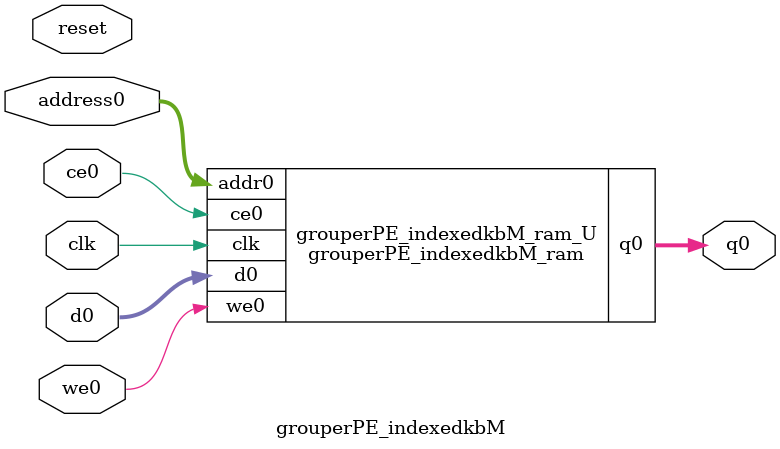
<source format=v>
`timescale 1 ns / 1 ps
module grouperPE_indexedkbM_ram (addr0, ce0, d0, we0, q0,  clk);

parameter DWIDTH = 8;
parameter AWIDTH = 15;
parameter MEM_SIZE = 32768;

input[AWIDTH-1:0] addr0;
input ce0;
input[DWIDTH-1:0] d0;
input we0;
output reg[DWIDTH-1:0] q0;
input clk;

(* ram_style = "block" *)reg [DWIDTH-1:0] ram[0:MEM_SIZE-1];




always @(posedge clk)  
begin 
    if (ce0) 
    begin
        if (we0) 
        begin 
            ram[addr0] <= d0; 
        end 
        q0 <= ram[addr0];
    end
end


endmodule

`timescale 1 ns / 1 ps
module grouperPE_indexedkbM(
    reset,
    clk,
    address0,
    ce0,
    we0,
    d0,
    q0);

parameter DataWidth = 32'd8;
parameter AddressRange = 32'd32768;
parameter AddressWidth = 32'd15;
input reset;
input clk;
input[AddressWidth - 1:0] address0;
input ce0;
input we0;
input[DataWidth - 1:0] d0;
output[DataWidth - 1:0] q0;



grouperPE_indexedkbM_ram grouperPE_indexedkbM_ram_U(
    .clk( clk ),
    .addr0( address0 ),
    .ce0( ce0 ),
    .we0( we0 ),
    .d0( d0 ),
    .q0( q0 ));

endmodule


</source>
